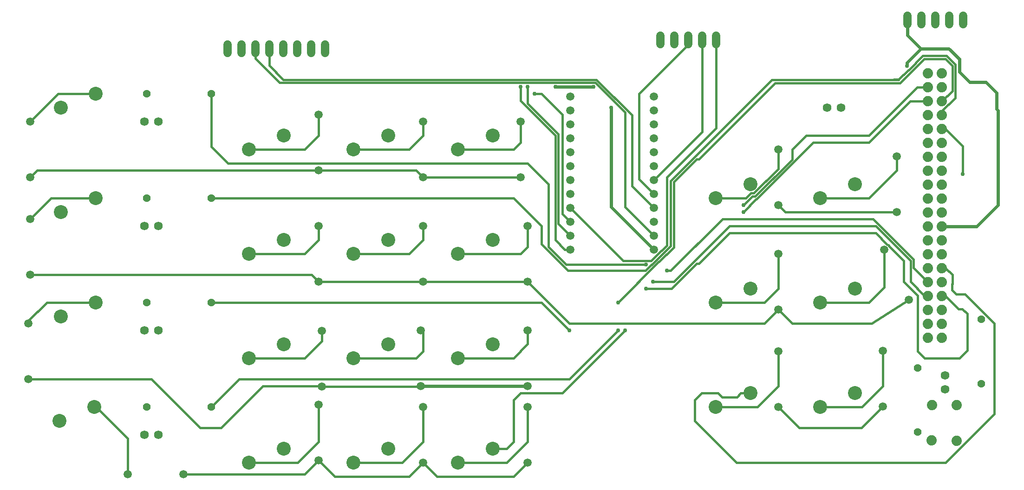
<source format=gbr>
G04 EAGLE Gerber RS-274X export*
G75*
%MOMM*%
%FSLAX34Y34*%
%LPD*%
%INBottom Copper*%
%IPPOS*%
%AMOC8*
5,1,8,0,0,1.08239X$1,22.5*%
G01*
G04 Define Apertures*
%ADD10C,1.581000*%
%ADD11C,1.524000*%
%ADD12C,1.879600*%
%ADD13C,1.430000*%
%ADD14C,1.508000*%
%ADD15C,2.540000*%
%ADD16C,0.609600*%
%ADD17C,0.756400*%
%ADD18C,0.406400*%
D10*
X279400Y-88900D03*
X304800Y-88900D03*
X279400Y-279400D03*
X304800Y-279400D03*
X279400Y-469900D03*
X304800Y-469900D03*
X279400Y-660400D03*
X304800Y-660400D03*
X1549400Y-63500D03*
X1524000Y-63500D03*
D11*
X431241Y36788D02*
X431241Y52028D01*
X456641Y52028D02*
X456641Y36788D01*
X482041Y36788D02*
X482041Y52028D01*
X507441Y52028D02*
X507441Y36788D01*
X532841Y36788D02*
X532841Y52028D01*
X558241Y52028D02*
X558241Y36788D01*
X583641Y36788D02*
X583641Y52028D01*
X609041Y52028D02*
X609041Y36788D01*
D12*
X1733854Y-483258D03*
X1708454Y-483258D03*
X1733854Y-457858D03*
X1708454Y-457858D03*
X1733854Y-432458D03*
X1708454Y-432458D03*
X1733854Y-407058D03*
X1708454Y-407058D03*
X1733854Y-381658D03*
X1708454Y-381658D03*
X1733854Y-356258D03*
X1708454Y-356258D03*
X1733854Y-330858D03*
X1708454Y-330858D03*
X1733854Y-305458D03*
X1708454Y-305458D03*
X1733854Y-280058D03*
X1708454Y-280058D03*
X1733854Y-254658D03*
X1708454Y-254658D03*
X1733854Y-229258D03*
X1708454Y-229258D03*
X1733854Y-203858D03*
X1708454Y-203858D03*
X1733854Y-178458D03*
X1708454Y-178458D03*
X1733854Y-153058D03*
X1708454Y-153058D03*
X1733854Y-127658D03*
X1708454Y-127658D03*
X1733854Y-102258D03*
X1708454Y-102258D03*
X1733854Y-76858D03*
X1708454Y-76858D03*
X1733854Y-51458D03*
X1708454Y-51458D03*
X1733854Y-26058D03*
X1708454Y-26058D03*
X1733854Y-658D03*
X1708454Y-658D03*
D11*
X1220077Y52399D02*
X1220077Y67639D01*
X1245477Y67639D02*
X1245477Y52399D01*
X1270877Y52399D02*
X1270877Y67639D01*
X1296277Y67639D02*
X1296277Y52399D01*
X1321677Y52399D02*
X1321677Y67639D01*
X1670980Y88652D02*
X1670980Y103892D01*
X1696380Y103892D02*
X1696380Y88652D01*
X1721780Y88652D02*
X1721780Y103892D01*
X1747180Y103892D02*
X1747180Y88652D01*
X1772580Y88652D02*
X1772580Y103892D01*
D10*
X1739839Y-552225D03*
X1739839Y-577625D03*
D13*
X1805196Y-567458D03*
X1805196Y-449858D03*
D14*
X1056118Y-43100D03*
X1056118Y-68500D03*
X1056118Y-93900D03*
X1056118Y-119300D03*
X1056118Y-144700D03*
X1056118Y-170100D03*
X1056118Y-195500D03*
X1056118Y-220900D03*
X1056118Y-246300D03*
X1056118Y-271700D03*
X1056118Y-297100D03*
X1056118Y-322500D03*
X1208518Y-322500D03*
X1208518Y-297100D03*
X1208518Y-271700D03*
X1208518Y-246300D03*
X1208518Y-220900D03*
X1208518Y-195500D03*
X1208518Y-170100D03*
X1208518Y-144700D03*
X1208518Y-119300D03*
X1208518Y-93900D03*
X1208518Y-68500D03*
X1208518Y-43100D03*
D13*
X401700Y-609600D03*
X284100Y-609600D03*
X1689100Y-538100D03*
X1689100Y-655700D03*
X401700Y-419100D03*
X284100Y-419100D03*
X401700Y-228600D03*
X284100Y-228600D03*
X401700Y-38100D03*
X284100Y-38100D03*
D15*
X127000Y-63500D03*
X190500Y-38100D03*
X533400Y-114300D03*
X469900Y-139700D03*
X723900Y-114300D03*
X660400Y-139700D03*
X914400Y-114300D03*
X850900Y-139700D03*
X1384300Y-203200D03*
X1320800Y-228600D03*
X1574800Y-203200D03*
X1511300Y-228600D03*
X127000Y-254000D03*
X190500Y-228600D03*
X533400Y-304800D03*
X469900Y-330200D03*
X723900Y-304800D03*
X660400Y-330200D03*
X914400Y-304800D03*
X850900Y-330200D03*
X1384300Y-393700D03*
X1320800Y-419100D03*
X1574800Y-393700D03*
X1511300Y-419100D03*
X1574800Y-584200D03*
X1511300Y-609600D03*
X1384300Y-584200D03*
X1320800Y-609600D03*
X914400Y-495300D03*
X850900Y-520700D03*
X723900Y-495300D03*
X660400Y-520700D03*
X533400Y-495300D03*
X469900Y-520700D03*
X127000Y-444500D03*
X190500Y-419100D03*
X124460Y-635000D03*
X187960Y-609600D03*
X533400Y-685800D03*
X469900Y-711200D03*
X723900Y-685800D03*
X660400Y-711200D03*
X914400Y-685800D03*
X850900Y-711200D03*
D14*
X71200Y-88900D03*
X71200Y-190500D03*
X596900Y-76200D03*
X596900Y-177800D03*
X787400Y-88900D03*
X787400Y-190500D03*
X71200Y-266700D03*
X71200Y-368300D03*
X596900Y-279400D03*
X596900Y-381000D03*
X787400Y-279400D03*
X787400Y-381000D03*
X965200Y-88900D03*
X965200Y-190500D03*
X977900Y-279400D03*
X977900Y-381000D03*
X1435100Y-139700D03*
X1435100Y-241300D03*
X1435100Y-330200D03*
X1435100Y-431800D03*
X1651000Y-152400D03*
X1651000Y-254000D03*
X1628333Y-322837D03*
X1673667Y-413763D03*
X1625600Y-507512D03*
X1625600Y-609112D03*
X1435100Y-508000D03*
X1435100Y-609600D03*
X978700Y-469900D03*
X978700Y-571500D03*
X783764Y-469900D03*
X783764Y-571500D03*
X603079Y-470700D03*
X603079Y-572300D03*
X68500Y-457200D03*
X68500Y-558800D03*
X249000Y-732300D03*
X350600Y-732300D03*
X596900Y-605300D03*
X596900Y-706900D03*
X787400Y-609600D03*
X787400Y-711200D03*
X977900Y-609600D03*
X977900Y-711200D03*
D12*
X1760622Y-606023D03*
X1760282Y-671046D03*
X1715411Y-605786D03*
X1715070Y-670809D03*
D16*
X1833208Y-36245D02*
X1813755Y-16792D01*
X1784044Y-16792D01*
X1833208Y-36245D02*
X1833208Y-65956D01*
X1836058Y-68806D01*
X1836058Y-241300D01*
X1784044Y-16792D02*
X1765300Y1952D01*
X1765300Y25400D01*
X1836058Y-241300D02*
X1797300Y-280058D01*
X1733854Y-280058D01*
X1765300Y25400D02*
X1746250Y44450D01*
X1695450Y44450D01*
X1670980Y68920D01*
X1670980Y96272D01*
X1695450Y44450D02*
X1670050Y19050D01*
X1670050Y12700D01*
D17*
X1670050Y12700D03*
X1098550Y-25400D03*
D16*
X1028700Y-25400D01*
D17*
X1028700Y-25400D03*
X1193800Y-393700D03*
D18*
X1286829Y-347608D02*
X1290692Y-347608D01*
X1346200Y-292100D01*
X1240737Y-393700D02*
X1193800Y-393700D01*
X1240737Y-393700D02*
X1286829Y-347608D01*
X1346200Y-292100D02*
X1612900Y-292100D01*
X1633749Y-312949D01*
X1636213Y-313773D01*
X1637843Y-317043D01*
X1663700Y-342900D01*
X1663700Y-381000D01*
X1689100Y-406400D01*
X1689100Y-508000D01*
X1701800Y-520700D01*
X1765300Y-520700D01*
X1763688Y-430561D02*
X1770704Y-430561D01*
X1740185Y-407058D02*
X1733854Y-407058D01*
X1770704Y-430561D02*
X1779896Y-439753D01*
X1763688Y-430561D02*
X1740185Y-407058D01*
X1779896Y-506104D02*
X1765300Y-520700D01*
X1779896Y-506104D02*
X1779896Y-439753D01*
D17*
X1771650Y-184150D03*
D18*
X1771650Y-133350D01*
X1740558Y-102258D01*
X1733854Y-102258D01*
X1384300Y-584200D02*
X1367034Y-584200D01*
X1359742Y-591492D01*
X1332659Y-591492D01*
X1325367Y-584200D01*
X1295400Y-584200D01*
X1282700Y-596900D01*
X1282700Y-635000D01*
X1828800Y-584200D02*
X1828800Y-457200D01*
X1752600Y-368300D02*
X1740558Y-356258D01*
X1733854Y-356258D01*
X1752464Y-396272D02*
X1760052Y-403860D01*
X1752464Y-396272D02*
X1752464Y-385540D01*
X1775460Y-403860D02*
X1828800Y-457200D01*
X1752600Y-385404D02*
X1752464Y-385540D01*
X1760052Y-403860D02*
X1775460Y-403860D01*
X1752600Y-385404D02*
X1752600Y-368300D01*
X1358900Y-711200D02*
X1282700Y-635000D01*
X1358900Y-711200D02*
X1739900Y-711200D01*
X1828800Y-622300D01*
X1828800Y-584200D01*
X571500Y-732300D02*
X350600Y-732300D01*
X571500Y-732300D02*
X596900Y-706900D01*
X626600Y-736600D01*
X762000Y-736600D01*
X787400Y-711200D01*
X812800Y-736600D01*
X952500Y-736600D01*
X977900Y-711200D01*
X1016000Y-317500D02*
X1016000Y-203200D01*
X401700Y-135000D02*
X401700Y-38100D01*
X401700Y-135000D02*
X431800Y-165100D01*
X977900Y-165100D01*
X1016000Y-203200D01*
D17*
X1193800Y-350020D03*
D18*
X1048520Y-350020D02*
X1016000Y-317500D01*
X1048520Y-350020D02*
X1193800Y-350020D01*
X1742215Y30988D02*
X1758188Y15015D01*
X1655050Y-12192D02*
X1645920Y-12192D01*
X1645412Y-12700D01*
X1758188Y15015D02*
X1758188Y-45444D01*
X1733854Y-69778D02*
X1733854Y-76858D01*
X1733854Y-69778D02*
X1758188Y-45444D01*
X1655050Y-12192D02*
X1654542Y-12700D01*
X1003300Y-279400D02*
X952500Y-228600D01*
X1003300Y-279400D02*
X1003300Y-312703D01*
X952500Y-228600D02*
X401700Y-228600D01*
X1003300Y-312703D02*
X1051559Y-360962D01*
X1423334Y-12700D02*
X1654542Y-12700D01*
X1423334Y-12700D02*
X1239012Y-197022D01*
X1215429Y-339184D02*
X1215013Y-339184D01*
X1193235Y-360962D01*
X1239012Y-315601D02*
X1239012Y-197022D01*
X1239012Y-315601D02*
X1215429Y-339184D01*
X1193235Y-360962D02*
X1051559Y-360962D01*
X1672604Y5362D02*
X1673090Y5362D01*
X1672604Y5362D02*
X1655050Y-12192D01*
X1698716Y30988D02*
X1742215Y30988D01*
X1698716Y30988D02*
X1673090Y5362D01*
D17*
X1206500Y-381000D03*
D18*
X1244600Y-381000D01*
X1346200Y-279400D01*
X1612900Y-279400D01*
X1676400Y-342900D01*
X1676400Y-381000D01*
X1702458Y-407058D01*
X1708454Y-407058D01*
D17*
X1231900Y-360962D03*
D18*
X1239238Y-360962D02*
X1333500Y-266700D01*
X1239238Y-360962D02*
X1231900Y-360962D01*
X1333500Y-266700D02*
X1608103Y-266700D01*
X1681988Y-355192D02*
X1708454Y-381658D01*
X1681988Y-355192D02*
X1681988Y-340585D01*
X1608103Y-266700D01*
X1733854Y-51458D02*
X1752600Y-32712D01*
X1752600Y12700D01*
X1739900Y25400D01*
X1003300Y-419100D02*
X401700Y-419100D01*
X1003300Y-419100D02*
X1054100Y-469900D01*
X1290692Y-157108D02*
X1429512Y-18288D01*
X1290692Y-157108D02*
X1286829Y-157108D01*
X1244600Y-199337D01*
X1217744Y-344772D02*
X1217328Y-344772D01*
X1143000Y-419100D01*
X1244600Y-317916D02*
X1244600Y-199337D01*
X1244600Y-317916D02*
X1217744Y-344772D01*
D17*
X1143000Y-419100D03*
X1054100Y-469900D03*
D18*
X1701030Y25400D02*
X1739900Y25400D01*
X1701030Y25400D02*
X1657342Y-18288D01*
X1429512Y-18288D01*
X452500Y-558800D02*
X401700Y-609600D01*
X452500Y-558800D02*
X1054100Y-558800D01*
X1143000Y-469900D01*
D17*
X1143000Y-469900D03*
X1371600Y-241300D03*
D18*
X1460500Y-139700D02*
X1485900Y-114300D01*
X1600200Y-114300D01*
X1688442Y-26058D01*
X1708454Y-26058D01*
X1460500Y-139700D02*
X1460500Y-157892D01*
X1393348Y-225044D01*
X1387856Y-225044D01*
X1371600Y-241300D01*
X1208518Y-220900D02*
X1181100Y-193482D01*
X1181100Y-38100D01*
X1270877Y51677D01*
X1270877Y60019D01*
X1296277Y-107741D02*
X1208518Y-195500D01*
X1296277Y-107741D02*
X1296277Y60019D01*
X1155700Y-244282D02*
X1208518Y-297100D01*
X482041Y25959D02*
X482041Y44408D01*
X482041Y25959D02*
X526062Y-18062D01*
X1101590Y-18062D01*
X1155700Y-72173D02*
X1155700Y-244282D01*
X1155700Y-72173D02*
X1101590Y-18062D01*
X1168400Y-206182D02*
X1208518Y-246300D01*
X507441Y13259D02*
X507441Y44408D01*
X507441Y13259D02*
X533174Y-12474D01*
X1103904Y-12474D01*
X1168400Y-76970D01*
X1168400Y-206182D01*
D17*
X1130300Y-63500D03*
D16*
X1130300Y-244282D02*
X1208518Y-322500D01*
X1130300Y-244282D02*
X1130300Y-63500D01*
D17*
X990600Y-38100D03*
D18*
X1003300Y-38100D01*
X1041400Y-76200D01*
X1041400Y-256982D01*
X1056118Y-271700D01*
D17*
X965200Y-25400D03*
D18*
X965200Y-50800D01*
X1028700Y-114300D01*
X1028700Y-304800D01*
X1046400Y-322500D01*
X1056118Y-322500D01*
D17*
X977900Y-25400D03*
D18*
X1034288Y-111985D02*
X1034288Y-275270D01*
X1056118Y-297100D01*
X977900Y-55597D02*
X977900Y-25400D01*
X977900Y-55597D02*
X1034288Y-111985D01*
X1321677Y-100723D02*
X1321677Y60019D01*
X1321677Y-100723D02*
X1231900Y-190500D01*
X1213115Y-333596D02*
X1212699Y-333596D01*
X1203613Y-342682D01*
X1152500Y-342682D02*
X1056118Y-246300D01*
X1152500Y-342682D02*
X1203613Y-342682D01*
X1231900Y-314811D02*
X1231900Y-190500D01*
X1231900Y-314811D02*
X1213115Y-333596D01*
X939800Y-685800D02*
X914400Y-685800D01*
X939800Y-685800D02*
X952500Y-673100D01*
X952500Y-596900D01*
X965200Y-584200D01*
X1041400Y-584200D01*
X1155700Y-469900D01*
D17*
X1155700Y-469900D03*
X1371600Y-254000D03*
D18*
X1394968Y-230632D01*
X1395663Y-230632D01*
X1499295Y-127000D02*
X1600200Y-127000D01*
X1499295Y-127000D02*
X1395663Y-230632D01*
X1600200Y-127000D02*
X1675742Y-51458D01*
X1708454Y-51458D01*
X1376397Y-228600D02*
X1320800Y-228600D01*
X1376397Y-228600D02*
X1385541Y-219456D01*
X1391034Y-219456D01*
X1435100Y-175390D01*
X1435100Y-139700D01*
X952500Y-139700D02*
X850900Y-139700D01*
X952500Y-139700D02*
X965200Y-127000D01*
X965200Y-88900D01*
X762000Y-139700D02*
X660400Y-139700D01*
X762000Y-139700D02*
X787400Y-114300D01*
X787400Y-88900D01*
X571500Y-139700D02*
X469900Y-139700D01*
X571500Y-139700D02*
X596900Y-114300D01*
X596900Y-76200D01*
X122000Y-38100D02*
X71200Y-88900D01*
X122000Y-38100D02*
X190500Y-38100D01*
X1511300Y-228600D02*
X1600200Y-228600D01*
X1651000Y-177800D01*
X1651000Y-152400D01*
X1447800Y-254000D02*
X1435100Y-241300D01*
X1447800Y-254000D02*
X1651000Y-254000D01*
X83900Y-177800D02*
X71200Y-190500D01*
X83900Y-177800D02*
X596900Y-177800D01*
X774700Y-177800D01*
X787400Y-190500D01*
X965200Y-190500D01*
X190500Y-228600D02*
X109300Y-228600D01*
X71200Y-266700D01*
X469900Y-330200D02*
X571500Y-330200D01*
X596900Y-304800D01*
X596900Y-279400D01*
X660400Y-330200D02*
X762000Y-330200D01*
X787400Y-304800D01*
X787400Y-279400D01*
X850900Y-330200D02*
X965200Y-330200D01*
X977900Y-317500D01*
X977900Y-279400D01*
X1320800Y-419100D02*
X1409700Y-419100D01*
X1435100Y-393700D01*
X1435100Y-330200D01*
X1511300Y-419100D02*
X1600200Y-419100D01*
X1628333Y-390967D01*
X1628333Y-322837D01*
X1460500Y-457200D02*
X1435100Y-431800D01*
X1460500Y-457200D02*
X1605740Y-457200D01*
X1673667Y-413763D01*
X1435100Y-431800D02*
X1409700Y-457200D01*
X1054100Y-457200D01*
X977900Y-381000D01*
X584200Y-368300D02*
X71200Y-368300D01*
X584200Y-368300D02*
X596900Y-381000D01*
X787400Y-381000D01*
X977900Y-381000D01*
X190500Y-419100D02*
X101600Y-419100D01*
X68500Y-452200D01*
X68500Y-457200D01*
X469900Y-520700D02*
X571500Y-520700D01*
X603079Y-489121D01*
X603079Y-470700D01*
X660400Y-520700D02*
X774700Y-520700D01*
X787400Y-508000D01*
X787400Y-473536D01*
X783764Y-469900D01*
X850900Y-520700D02*
X952500Y-520700D01*
X978700Y-494500D01*
X978700Y-469900D01*
X1320800Y-609600D02*
X1397000Y-609600D01*
X1435100Y-571500D01*
X1435100Y-508000D01*
X1625112Y-508000D02*
X1625600Y-507512D01*
X1587500Y-609600D02*
X1511300Y-609600D01*
X1587500Y-609600D02*
X1625600Y-571500D01*
X1625600Y-507512D01*
D16*
X783764Y-571500D02*
X782964Y-572300D01*
D18*
X1435100Y-609600D02*
X1473200Y-647700D01*
X1587012Y-647700D01*
X1625600Y-609112D01*
X292100Y-558800D02*
X68500Y-558800D01*
X292100Y-558800D02*
X381000Y-647700D01*
X419100Y-647700D01*
X495300Y-571500D01*
X602279Y-571500D01*
X603079Y-572300D01*
X782964Y-572300D01*
D16*
X783764Y-571500D02*
X978700Y-571500D01*
D18*
X249000Y-666777D02*
X249000Y-732300D01*
X249000Y-666777D02*
X191823Y-609600D01*
X187960Y-609600D01*
X469900Y-711200D02*
X558800Y-711200D01*
X596900Y-673100D01*
X596900Y-605300D01*
X660400Y-711200D02*
X749300Y-711200D01*
X787400Y-673100D01*
X787400Y-609600D01*
X850900Y-711200D02*
X939800Y-711200D01*
X977900Y-673100D01*
X977900Y-609600D01*
M02*

</source>
